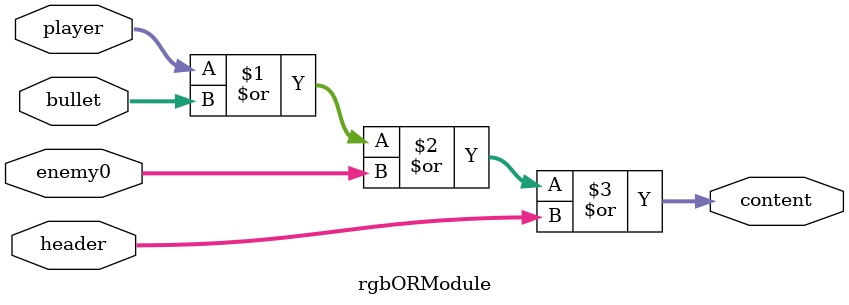
<source format=v>
`timescale 1ns / 1ps
module rgbORModule(player,
						 header,
						 bullet,
						 enemy0,
						 content
    );

input [5:0] player;
input [5:0] header;
input [5:0] bullet;
input [5:0] enemy0;
output [5:0] content;


assign content = player | bullet | enemy0  | header;

endmodule

</source>
